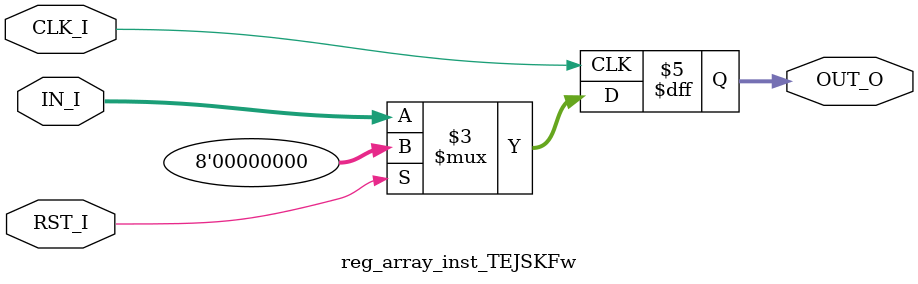
<source format=v>
`timescale 1ns / 1ps

module delay_reg_unify(
RST_I,
CLK_I,
IN_I,
OUT_O
);
parameter WIDTH = 1;
parameter LEN   = 2;//must > = 1

input RST_I;
input CLK_I;
input  [WIDTH-1:0] IN_I;
output [WIDTH-1:0] OUT_O;

wire [WIDTH-1:0] D [1:LEN+1];//1 ~ LEN+1

genvar i;
generate 
	for(i=1;i<=LEN;i=i+1)begin
		if(LEN>1)begin
			if(i==1)begin
				reg_array_inst_TEJSKFw
					#(.WIDTH(WIDTH))
				reg_inst_array_u
				(   .RST_I(RST_I),
					.CLK_I(CLK_I),
					.IN_I(IN_I),
					.OUT_O(D[2])
				);
			end
			else if(i==LEN)begin
				reg_array_inst_TEJSKFw
					#(.WIDTH(WIDTH))
				reg_inst_array_u
				(   .RST_I(RST_I),
					.CLK_I(CLK_I),
					.IN_I(D[i]),
					.OUT_O(OUT_O)
				);
			end
			else if(i<=LEN-1)begin
				reg_array_inst_TEJSKFw
					#(.WIDTH(WIDTH))
				reg_inst_array_u
				(   .RST_I(RST_I),
					.CLK_I(CLK_I),
					.IN_I(D[i]),
					.OUT_O(D[i+1])
				);
			end
		end
		else if(LEN==1)begin
			reg_array_inst_TEJSKFw
					#(.WIDTH(WIDTH))
				reg_inst_array_u
				(   .RST_I(RST_I),
					.CLK_I(CLK_I),
					.IN_I(IN_I),
					.OUT_O(OUT_O)
				);
		end
			
	end
endgenerate

endmodule


`timescale 1ns / 1ps
//////////////////////////////////////////////////////////////////////////////////

/*
reg_array_inst_TEJSKFw
	#(.WIDTH())
	reg_array_inst_u
(
	.CLK_I(),
	.IN_I(),
	.OUT_O()
);
*/

module reg_array_inst_TEJSKFw(
RST_I,
CLK_I,
IN_I,
OUT_O
);
parameter WIDTH = 8;
///////////////////////////////////////////////////////////////////////////////
input RST_I;
input CLK_I;
input [WIDTH-1:0] IN_I;
output [WIDTH-1:0] OUT_O;

reg [WIDTH-1:0] OUT_O;

always@(posedge CLK_I)begin
    if(RST_I)OUT_O <= 0;
	else OUT_O <= IN_I;
end

endmodule

</source>
